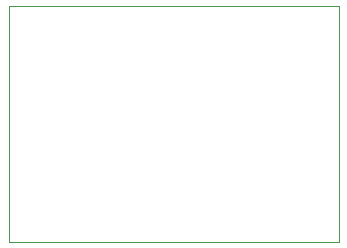
<source format=gm1>
G04 #@! TF.GenerationSoftware,KiCad,Pcbnew,(5.1.5)-3*
G04 #@! TF.CreationDate,2020-05-23T13:54:13+05:30*
G04 #@! TF.ProjectId,555 square wave,35353520-7371-4756-9172-652077617665,rev?*
G04 #@! TF.SameCoordinates,Original*
G04 #@! TF.FileFunction,Profile,NP*
%FSLAX46Y46*%
G04 Gerber Fmt 4.6, Leading zero omitted, Abs format (unit mm)*
G04 Created by KiCad (PCBNEW (5.1.5)-3) date 2020-05-23 13:54:13*
%MOMM*%
%LPD*%
G04 APERTURE LIST*
%ADD10C,0.050000*%
G04 APERTURE END LIST*
D10*
X116840000Y-108712000D02*
X116840000Y-88773000D01*
X144780000Y-108712000D02*
X116840000Y-108712000D01*
X144780000Y-88773000D02*
X144780000Y-108712000D01*
X116840000Y-88773000D02*
X144780000Y-88773000D01*
M02*

</source>
